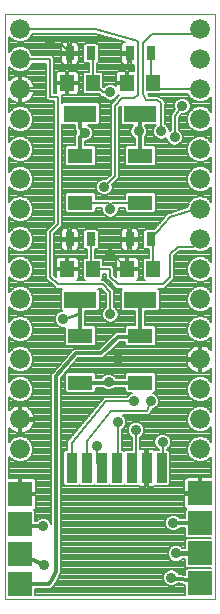
<source format=gtl>
G75*
%MOIN*%
%OFA0B0*%
%FSLAX24Y24*%
%IPPOS*%
%LPD*%
%AMOC8*
5,1,8,0,0,1.08239X$1,22.5*
%
%ADD10C,0.0000*%
%ADD11R,0.0827X0.0500*%
%ADD12C,0.0660*%
%ADD13R,0.1102X0.0551*%
%ADD14R,0.0472X0.0551*%
%ADD15R,0.0315X0.0472*%
%ADD16R,0.0800X0.0800*%
%ADD17R,0.0354X0.0984*%
%ADD18C,0.0080*%
%ADD19C,0.0356*%
%ADD20C,0.0120*%
%ADD21C,0.0160*%
%ADD22C,0.0100*%
D10*
X000140Y002797D02*
X000140Y022297D01*
X007140Y022297D01*
X007140Y002797D01*
X000140Y002797D01*
D11*
X002640Y010018D03*
X002640Y011577D03*
X002640Y016018D03*
X002640Y017577D03*
X004640Y017577D03*
X004640Y016018D03*
X004640Y011577D03*
X004640Y010018D03*
D12*
X006640Y009797D03*
X006640Y010797D03*
X006640Y011797D03*
X006640Y012797D03*
X006640Y013797D03*
X006640Y014797D03*
X006640Y015797D03*
X006640Y016797D03*
X006640Y017797D03*
X006640Y018797D03*
X006640Y019797D03*
X006640Y020797D03*
X006640Y021797D03*
X006640Y008797D03*
X006640Y007797D03*
X000640Y007797D03*
X000640Y008797D03*
X000640Y009797D03*
X000640Y010797D03*
X000640Y011797D03*
X000640Y012797D03*
X000640Y013797D03*
X000640Y014797D03*
X000640Y015797D03*
X000640Y016797D03*
X000640Y017797D03*
X000640Y018797D03*
X000640Y019797D03*
X000640Y020797D03*
X000640Y021797D03*
D13*
X002640Y018985D03*
X004640Y018985D03*
X004640Y012785D03*
X002640Y012785D03*
D14*
X002207Y013809D03*
X003073Y013809D03*
X004207Y013809D03*
X005073Y013809D03*
X005073Y020009D03*
X004207Y020009D03*
X003073Y020009D03*
X002207Y020009D03*
D15*
X002286Y020997D03*
X002994Y020997D03*
X004286Y020997D03*
X004994Y020997D03*
X004994Y014797D03*
X004286Y014797D03*
X002994Y014797D03*
X002286Y014797D03*
D16*
X000640Y006307D03*
X000640Y005307D03*
X000640Y004307D03*
X000640Y003307D03*
X006640Y003327D03*
X006640Y004327D03*
X006640Y005327D03*
X006640Y006327D03*
D17*
X005350Y007172D03*
X004850Y007172D03*
X004350Y007172D03*
X003850Y007172D03*
X003350Y007172D03*
X002850Y007172D03*
X002350Y007172D03*
D18*
X002350Y008007D01*
X003490Y009397D01*
X004440Y009397D01*
X004366Y009668D02*
X004282Y009633D01*
X004204Y009555D01*
X004197Y009537D01*
X003540Y009537D01*
X003534Y009542D01*
X003483Y009537D01*
X003432Y009537D01*
X003426Y009531D01*
X003419Y009531D01*
X003386Y009491D01*
X003350Y009455D01*
X003350Y009447D01*
X002246Y008101D01*
X002210Y008065D01*
X002210Y008057D01*
X002205Y008051D01*
X002210Y008000D01*
X002210Y007764D01*
X002132Y007764D01*
X002073Y007706D01*
X002073Y006639D01*
X002132Y006580D01*
X002569Y006580D01*
X002600Y006612D01*
X002632Y006580D01*
X003069Y006580D01*
X003100Y006612D01*
X003132Y006580D01*
X003569Y006580D01*
X003600Y006612D01*
X003632Y006580D01*
X004069Y006580D01*
X004100Y006612D01*
X004132Y006580D01*
X004569Y006580D01*
X004572Y006583D01*
X004587Y006568D01*
X004619Y006550D01*
X004655Y006540D01*
X004810Y006540D01*
X004810Y007132D01*
X004890Y007132D01*
X004890Y006540D01*
X005046Y006540D01*
X005081Y006550D01*
X005113Y006568D01*
X005129Y006583D01*
X005132Y006580D01*
X005569Y006580D01*
X005627Y006639D01*
X005627Y007706D01*
X005569Y007764D01*
X005530Y007764D01*
X005530Y007804D01*
X005548Y007811D01*
X005626Y007890D01*
X005668Y007992D01*
X005668Y008102D01*
X005626Y008205D01*
X005548Y008283D01*
X005445Y008325D01*
X005335Y008325D01*
X005232Y008283D01*
X005154Y008205D01*
X005112Y008102D01*
X005112Y007992D01*
X005154Y007890D01*
X005232Y007811D01*
X005250Y007804D01*
X005250Y007764D01*
X005132Y007764D01*
X005129Y007761D01*
X005113Y007776D01*
X005081Y007795D01*
X005046Y007804D01*
X004890Y007804D01*
X004890Y007212D01*
X004810Y007212D01*
X004810Y007804D01*
X004655Y007804D01*
X004640Y007800D01*
X004640Y008204D01*
X004658Y008211D01*
X004736Y008290D01*
X004778Y008392D01*
X004778Y008502D01*
X004736Y008605D01*
X004658Y008683D01*
X004555Y008725D01*
X004445Y008725D01*
X004342Y008683D01*
X004264Y008605D01*
X004222Y008502D01*
X004222Y008392D01*
X004264Y008290D01*
X004342Y008211D01*
X004360Y008204D01*
X004360Y007764D01*
X004132Y007764D01*
X004100Y007733D01*
X004069Y007764D01*
X004035Y007764D01*
X004039Y008463D01*
X004058Y008471D01*
X004136Y008550D01*
X004178Y008652D01*
X004178Y008762D01*
X004136Y008865D01*
X004063Y008937D01*
X004833Y008937D01*
X004861Y008926D01*
X004888Y008937D01*
X004918Y008937D01*
X004940Y008959D01*
X004968Y008971D01*
X004979Y008998D01*
X005000Y009019D01*
X005000Y009050D01*
X005028Y009119D01*
X005045Y009119D01*
X005148Y009161D01*
X005226Y009240D01*
X005268Y009342D01*
X005268Y009452D01*
X005226Y009555D01*
X005148Y009633D01*
X005064Y009668D01*
X005095Y009668D01*
X005153Y009726D01*
X005153Y010309D01*
X005095Y010368D01*
X004185Y010368D01*
X004127Y010309D01*
X004127Y010178D01*
X003837Y010178D01*
X003826Y010205D01*
X003748Y010283D01*
X003645Y010325D01*
X003535Y010325D01*
X003432Y010283D01*
X003354Y010205D01*
X003343Y010178D01*
X003153Y010178D01*
X003153Y010309D01*
X003095Y010368D01*
X002185Y010368D01*
X002127Y010309D01*
X002127Y009726D01*
X002185Y009668D01*
X003095Y009668D01*
X003153Y009726D01*
X003153Y009858D01*
X003386Y009858D01*
X003432Y009811D01*
X003535Y009769D01*
X003645Y009769D01*
X003748Y009811D01*
X003794Y009858D01*
X004127Y009858D01*
X004127Y009726D01*
X004185Y009668D01*
X004366Y009668D01*
X004276Y009627D02*
X002000Y009627D01*
X002000Y009705D02*
X002148Y009705D01*
X002127Y009784D02*
X002000Y009784D01*
X002000Y009862D02*
X002127Y009862D01*
X002127Y009941D02*
X002000Y009941D01*
X002000Y010019D02*
X002127Y010019D01*
X002127Y010098D02*
X002000Y010098D01*
X002000Y010176D02*
X002127Y010176D01*
X002127Y010255D02*
X002058Y010255D01*
X002000Y010187D02*
X002563Y010837D01*
X003406Y010837D01*
X003956Y011387D01*
X004127Y011387D01*
X004127Y011285D01*
X004185Y011227D01*
X005095Y011227D01*
X005153Y011285D01*
X005153Y011868D01*
X005095Y011927D01*
X004800Y011927D01*
X004800Y012410D01*
X005233Y012410D01*
X005291Y012468D01*
X005291Y013102D01*
X005236Y013157D01*
X005448Y013157D01*
X005698Y013407D01*
X005780Y013489D01*
X005780Y014239D01*
X005948Y014407D01*
X006448Y014407D01*
X006451Y014410D01*
X006554Y014367D01*
X006726Y014367D01*
X006884Y014433D01*
X007000Y014549D01*
X007000Y014045D01*
X006884Y014162D01*
X006726Y014227D01*
X006554Y014227D01*
X006396Y014162D01*
X006275Y014041D01*
X006210Y013883D01*
X006210Y013712D01*
X006275Y013553D01*
X006396Y013433D01*
X006554Y013367D01*
X006726Y013367D01*
X006884Y013433D01*
X007000Y013549D01*
X007000Y013045D01*
X006884Y013162D01*
X006726Y013227D01*
X006554Y013227D01*
X006396Y013162D01*
X006275Y013041D01*
X006210Y012883D01*
X006210Y012712D01*
X006275Y012553D01*
X006396Y012433D01*
X006554Y012367D01*
X006726Y012367D01*
X006884Y012433D01*
X007000Y012549D01*
X007000Y012045D01*
X006884Y012162D01*
X006726Y012227D01*
X006554Y012227D01*
X006396Y012162D01*
X006275Y012041D01*
X006210Y011883D01*
X006210Y011712D01*
X006275Y011553D01*
X006396Y011433D01*
X006554Y011367D01*
X006726Y011367D01*
X006884Y011433D01*
X007000Y011549D01*
X007000Y011101D01*
X006998Y011103D01*
X006946Y011156D01*
X006886Y011199D01*
X006820Y011233D01*
X006750Y011255D01*
X006680Y011267D01*
X006680Y010837D01*
X006600Y010837D01*
X006600Y010757D01*
X006680Y010757D01*
X006680Y010328D01*
X006750Y010339D01*
X006820Y010361D01*
X006886Y010395D01*
X006946Y010439D01*
X006998Y010491D01*
X007000Y010493D01*
X007000Y010045D01*
X006884Y010162D01*
X006726Y010227D01*
X006554Y010227D01*
X006396Y010162D01*
X006275Y010041D01*
X006210Y009883D01*
X006210Y009712D01*
X006275Y009553D01*
X006396Y009433D01*
X006554Y009367D01*
X006726Y009367D01*
X006884Y009433D01*
X007000Y009549D01*
X007000Y009045D01*
X006884Y009162D01*
X006726Y009227D01*
X006554Y009227D01*
X006396Y009162D01*
X006275Y009041D01*
X006210Y008883D01*
X006210Y008712D01*
X006275Y008553D01*
X006396Y008433D01*
X006554Y008367D01*
X006726Y008367D01*
X006884Y008433D01*
X007000Y008549D01*
X007000Y008045D01*
X006884Y008162D01*
X006726Y008227D01*
X006554Y008227D01*
X006396Y008162D01*
X006275Y008041D01*
X006210Y007883D01*
X006210Y007712D01*
X006275Y007553D01*
X006396Y007433D01*
X006554Y007367D01*
X006726Y007367D01*
X006884Y007433D01*
X007000Y007549D01*
X007000Y006867D01*
X006680Y006867D01*
X006680Y006367D01*
X006600Y006367D01*
X006600Y006287D01*
X006100Y006287D01*
X006100Y005909D01*
X006110Y005873D01*
X006128Y005841D01*
X006154Y005815D01*
X006175Y005803D01*
X006140Y005768D01*
X006140Y005507D01*
X005973Y005507D01*
X005898Y005583D01*
X005795Y005625D01*
X005685Y005625D01*
X005582Y005583D01*
X005504Y005505D01*
X005462Y005402D01*
X005462Y005292D01*
X005504Y005190D01*
X005582Y005111D01*
X005685Y005069D01*
X005795Y005069D01*
X005898Y005111D01*
X005973Y005187D01*
X006140Y005187D01*
X006140Y004886D01*
X006199Y004827D01*
X006140Y004768D01*
X006140Y004507D01*
X006043Y004507D01*
X005988Y004563D01*
X005885Y004605D01*
X005775Y004605D01*
X005672Y004563D01*
X005594Y004485D01*
X005552Y004382D01*
X005552Y004272D01*
X005594Y004170D01*
X005672Y004091D01*
X005775Y004049D01*
X005885Y004049D01*
X005988Y004091D01*
X006043Y004147D01*
X006140Y004147D01*
X006140Y003886D01*
X006199Y003827D01*
X006140Y003768D01*
X006140Y003614D01*
X005928Y003644D01*
X005916Y003675D01*
X005838Y003753D01*
X005735Y003795D01*
X005625Y003795D01*
X005522Y003753D01*
X005444Y003675D01*
X005402Y003572D01*
X005402Y003462D01*
X005444Y003360D01*
X005522Y003281D01*
X005625Y003239D01*
X005735Y003239D01*
X005838Y003281D01*
X005883Y003327D01*
X006140Y003291D01*
X006140Y002937D01*
X001140Y002937D01*
X001140Y003142D01*
X001536Y003138D01*
X001547Y003129D01*
X001601Y003137D01*
X001655Y003136D01*
X001664Y003146D01*
X001678Y003148D01*
X001711Y003191D01*
X001749Y003229D01*
X001749Y003243D01*
X001842Y003367D01*
X001864Y003376D01*
X001881Y003418D01*
X001908Y003454D01*
X001904Y003477D01*
X001976Y003657D01*
X002000Y003681D01*
X002000Y003716D01*
X002013Y003749D01*
X002000Y003780D01*
X002000Y010187D01*
X002126Y010333D02*
X002151Y010333D01*
X002194Y010412D02*
X006371Y010412D01*
X006394Y010395D02*
X006460Y010361D01*
X006530Y010339D01*
X006600Y010328D01*
X006600Y010757D01*
X006170Y010757D01*
X006182Y010687D01*
X006204Y010617D01*
X006238Y010551D01*
X006282Y010491D01*
X006334Y010439D01*
X006394Y010395D01*
X006282Y010490D02*
X002262Y010490D01*
X002330Y010569D02*
X006229Y010569D01*
X006195Y010647D02*
X002398Y010647D01*
X002466Y010726D02*
X006175Y010726D01*
X006170Y010837D02*
X006600Y010837D01*
X006600Y011267D01*
X006530Y011255D01*
X006460Y011233D01*
X006394Y011199D01*
X006334Y011156D01*
X006282Y011103D01*
X006238Y011043D01*
X006204Y010977D01*
X006182Y010907D01*
X006170Y010837D01*
X006178Y010883D02*
X003452Y010883D01*
X003530Y010961D02*
X006199Y010961D01*
X006236Y011040D02*
X003609Y011040D01*
X003687Y011118D02*
X006296Y011118D01*
X006390Y011197D02*
X003766Y011197D01*
X003844Y011275D02*
X004137Y011275D01*
X004127Y011354D02*
X003923Y011354D01*
X003706Y011589D02*
X003153Y011589D01*
X003153Y011511D02*
X003627Y011511D01*
X003549Y011432D02*
X003153Y011432D01*
X003153Y011354D02*
X003470Y011354D01*
X003392Y011275D02*
X003143Y011275D01*
X003153Y011285D02*
X003153Y011868D01*
X003095Y011927D01*
X002800Y011927D01*
X002800Y012330D01*
X002802Y012334D01*
X002800Y012339D01*
X002800Y012410D01*
X003233Y012410D01*
X003291Y012468D01*
X003291Y013102D01*
X003236Y013157D01*
X003332Y013157D01*
X003500Y012989D01*
X003500Y012540D01*
X003482Y012533D01*
X003404Y012455D01*
X003362Y012352D01*
X003362Y012242D01*
X003404Y012140D01*
X003482Y012061D01*
X003585Y012019D01*
X003695Y012019D01*
X003798Y012061D01*
X003876Y012140D01*
X003918Y012242D01*
X003918Y012352D01*
X003876Y012455D01*
X003798Y012533D01*
X003780Y012540D01*
X003780Y013105D01*
X003698Y013187D01*
X003448Y013437D01*
X003354Y013437D01*
X003409Y013492D01*
X003409Y013657D01*
X003500Y013657D01*
X003500Y013489D01*
X003582Y013407D01*
X003832Y013157D01*
X004044Y013157D01*
X003989Y013102D01*
X003989Y012468D01*
X004047Y012410D01*
X004480Y012410D01*
X004480Y011927D01*
X004185Y011927D01*
X004127Y011868D01*
X004127Y011707D01*
X003824Y011707D01*
X003730Y011613D01*
X003274Y011157D01*
X002550Y011157D01*
X002545Y011161D01*
X002484Y011157D01*
X002424Y011157D01*
X002419Y011152D01*
X002412Y011152D01*
X002373Y011106D01*
X002330Y011063D01*
X002330Y011057D01*
X001723Y010356D01*
X001680Y010313D01*
X001680Y010307D01*
X001676Y010302D01*
X001680Y010241D01*
X001680Y005312D01*
X001646Y005395D01*
X001568Y005473D01*
X001465Y005515D01*
X001355Y005515D01*
X001252Y005473D01*
X001182Y005402D01*
X001140Y005403D01*
X001140Y005748D01*
X001105Y005783D01*
X001126Y005795D01*
X001152Y005821D01*
X001170Y005853D01*
X001180Y005889D01*
X001180Y006267D01*
X000680Y006267D01*
X000680Y006347D01*
X001180Y006347D01*
X001180Y006725D01*
X001170Y006761D01*
X001152Y006793D01*
X001126Y006819D01*
X001094Y006838D01*
X001058Y006847D01*
X000680Y006847D01*
X000680Y006347D01*
X000600Y006347D01*
X000600Y006847D01*
X000280Y006847D01*
X000280Y007549D01*
X000396Y007433D01*
X000554Y007367D01*
X000726Y007367D01*
X000884Y007433D01*
X001005Y007553D01*
X001070Y007712D01*
X001070Y007883D01*
X001005Y008041D01*
X000884Y008162D01*
X000726Y008227D01*
X000554Y008227D01*
X000396Y008162D01*
X000280Y008045D01*
X000280Y008493D01*
X000282Y008491D01*
X000334Y008439D01*
X000394Y008395D01*
X000460Y008361D01*
X000530Y008339D01*
X000600Y008328D01*
X000600Y008757D01*
X000680Y008757D01*
X000680Y008328D01*
X000750Y008339D01*
X000820Y008361D01*
X000886Y008395D01*
X000946Y008439D01*
X000998Y008491D01*
X001042Y008551D01*
X001076Y008617D01*
X001098Y008687D01*
X001110Y008757D01*
X000680Y008757D01*
X000680Y008837D01*
X001110Y008837D01*
X001098Y008907D01*
X001076Y008977D01*
X001042Y009043D01*
X000998Y009103D01*
X000946Y009156D01*
X001680Y009156D01*
X001680Y009234D02*
X000816Y009234D01*
X000820Y009233D02*
X000750Y009255D01*
X000680Y009267D01*
X000680Y008837D01*
X000600Y008837D01*
X000600Y009267D01*
X000530Y009255D01*
X000460Y009233D01*
X000394Y009199D01*
X000334Y009156D01*
X000280Y009156D01*
X000282Y009103D02*
X000334Y009156D01*
X000282Y009103D02*
X000280Y009101D01*
X000280Y009549D01*
X000396Y009433D01*
X000554Y009367D01*
X000726Y009367D01*
X000884Y009433D01*
X001005Y009553D01*
X001070Y009712D01*
X001070Y009883D01*
X001005Y010041D01*
X000884Y010162D01*
X000726Y010227D01*
X000554Y010227D01*
X000396Y010162D01*
X000280Y010045D01*
X000280Y010549D01*
X000396Y010433D01*
X000554Y010367D01*
X000726Y010367D01*
X000884Y010433D01*
X001005Y010553D01*
X001070Y010712D01*
X001070Y010883D01*
X001005Y011041D01*
X000884Y011162D01*
X000726Y011227D01*
X000554Y011227D01*
X000396Y011162D01*
X000280Y011045D01*
X000280Y011549D01*
X000396Y011433D01*
X000554Y011367D01*
X000726Y011367D01*
X000884Y011433D01*
X001005Y011553D01*
X001070Y011712D01*
X001070Y011883D01*
X001005Y012041D01*
X000884Y012162D01*
X000726Y012227D01*
X000554Y012227D01*
X000396Y012162D01*
X000280Y012045D01*
X000280Y012549D01*
X000396Y012433D01*
X000554Y012367D01*
X000726Y012367D01*
X000884Y012433D01*
X001005Y012553D01*
X001070Y012712D01*
X001070Y012883D01*
X001005Y013041D01*
X000884Y013162D01*
X000726Y013227D01*
X000554Y013227D01*
X000396Y013162D01*
X000280Y013045D01*
X000280Y013549D01*
X000396Y013433D01*
X000554Y013367D01*
X000726Y013367D01*
X000884Y013433D01*
X001005Y013553D01*
X001070Y013712D01*
X001070Y013883D01*
X001005Y014041D01*
X000884Y014162D01*
X000726Y014227D01*
X000554Y014227D01*
X000396Y014162D01*
X000280Y014045D01*
X000280Y014549D01*
X000396Y014433D01*
X000554Y014367D01*
X000726Y014367D01*
X000884Y014433D01*
X001005Y014553D01*
X001070Y014712D01*
X001070Y014883D01*
X001005Y015041D01*
X000884Y015162D01*
X000726Y015227D01*
X000554Y015227D01*
X000396Y015162D01*
X000280Y015045D01*
X000280Y015549D01*
X000396Y015433D01*
X000554Y015367D01*
X000726Y015367D01*
X000884Y015433D01*
X001005Y015553D01*
X001070Y015712D01*
X001070Y015883D01*
X001005Y016041D01*
X000884Y016162D01*
X000726Y016227D01*
X000554Y016227D01*
X000396Y016162D01*
X000280Y016045D01*
X000280Y016549D01*
X000396Y016433D01*
X000554Y016367D01*
X000726Y016367D01*
X000884Y016433D01*
X001005Y016553D01*
X001070Y016712D01*
X001070Y016883D01*
X001005Y017041D01*
X000884Y017162D01*
X000726Y017227D01*
X000554Y017227D01*
X000396Y017162D01*
X000280Y017045D01*
X000280Y017549D01*
X000396Y017433D01*
X000554Y017367D01*
X000726Y017367D01*
X000884Y017433D01*
X001005Y017553D01*
X001070Y017712D01*
X001750Y017712D01*
X001750Y017634D02*
X001038Y017634D01*
X001070Y017712D02*
X001070Y017883D01*
X001005Y018041D01*
X000884Y018162D01*
X000726Y018227D01*
X000554Y018227D01*
X000396Y018162D01*
X000280Y018045D01*
X000280Y018549D01*
X000396Y018433D01*
X000554Y018367D01*
X000726Y018367D01*
X000884Y018433D01*
X001005Y018553D01*
X001070Y018712D01*
X001070Y018883D01*
X001005Y019041D01*
X000884Y019162D01*
X000726Y019227D01*
X000554Y019227D01*
X000396Y019162D01*
X000280Y019045D01*
X000280Y019493D01*
X000282Y019491D01*
X000334Y019439D01*
X000394Y019395D01*
X000460Y019361D01*
X000530Y019339D01*
X000600Y019328D01*
X000600Y019757D01*
X000680Y019757D01*
X000680Y019328D01*
X000750Y019339D01*
X000820Y019361D01*
X000886Y019395D01*
X000946Y019439D01*
X000998Y019491D01*
X001042Y019551D01*
X001076Y019617D01*
X001098Y019687D01*
X001110Y019757D01*
X000680Y019757D01*
X000680Y019837D01*
X001110Y019837D01*
X001098Y019907D01*
X001076Y019977D01*
X001042Y020043D01*
X000998Y020103D01*
X000946Y020156D01*
X000886Y020199D01*
X000820Y020233D01*
X000750Y020255D01*
X000680Y020267D01*
X000680Y019837D01*
X000600Y019837D01*
X000600Y020267D01*
X000530Y020255D01*
X000460Y020233D01*
X000394Y020199D01*
X000334Y020156D01*
X000282Y020103D01*
X000280Y020101D01*
X000280Y020549D01*
X000396Y020433D01*
X000554Y020367D01*
X000726Y020367D01*
X000884Y020433D01*
X001005Y020553D01*
X001047Y020657D01*
X001500Y020657D01*
X001500Y019489D01*
X001582Y019407D01*
X001750Y019407D01*
X001750Y015355D01*
X001582Y015187D01*
X001500Y015105D01*
X001500Y013489D01*
X001750Y013239D01*
X001832Y013157D01*
X002044Y013157D01*
X001989Y013102D01*
X001989Y012468D01*
X002042Y012415D01*
X002015Y012415D01*
X001912Y012373D01*
X001834Y012295D01*
X001792Y012192D01*
X001792Y012082D01*
X001834Y011980D01*
X001912Y011901D01*
X002015Y011859D01*
X002125Y011859D01*
X002127Y011859D01*
X002127Y011285D01*
X002185Y011227D01*
X003095Y011227D01*
X003153Y011285D01*
X003313Y011197D02*
X000799Y011197D01*
X000883Y011432D02*
X002127Y011432D01*
X002127Y011354D02*
X000280Y011354D01*
X000280Y011432D02*
X000397Y011432D01*
X000318Y011511D02*
X000280Y011511D01*
X000280Y011275D02*
X002137Y011275D01*
X002127Y011511D02*
X000962Y011511D01*
X001019Y011589D02*
X002127Y011589D01*
X002127Y011668D02*
X001052Y011668D01*
X001070Y011746D02*
X002127Y011746D01*
X002127Y011825D02*
X001070Y011825D01*
X001062Y011903D02*
X001911Y011903D01*
X001833Y011982D02*
X001029Y011982D01*
X000985Y012060D02*
X001801Y012060D01*
X001792Y012139D02*
X000907Y012139D01*
X000904Y012453D02*
X002004Y012453D01*
X001989Y012531D02*
X000982Y012531D01*
X001028Y012610D02*
X001989Y012610D01*
X001989Y012688D02*
X001060Y012688D01*
X001070Y012767D02*
X001989Y012767D01*
X001989Y012845D02*
X001070Y012845D01*
X001053Y012924D02*
X001989Y012924D01*
X001989Y013002D02*
X001021Y013002D01*
X000965Y013081D02*
X001989Y013081D01*
X001890Y013297D02*
X003390Y013297D01*
X003640Y013047D01*
X003640Y012297D01*
X003795Y012060D02*
X004480Y012060D01*
X004480Y011982D02*
X002800Y011982D01*
X002800Y012060D02*
X003485Y012060D01*
X003405Y012139D02*
X002800Y012139D01*
X002800Y012217D02*
X003372Y012217D01*
X003362Y012296D02*
X002800Y012296D01*
X002800Y012374D02*
X003371Y012374D01*
X003403Y012453D02*
X003276Y012453D01*
X003291Y012531D02*
X003481Y012531D01*
X003500Y012610D02*
X003291Y012610D01*
X003291Y012688D02*
X003500Y012688D01*
X003500Y012767D02*
X003291Y012767D01*
X003291Y012845D02*
X003500Y012845D01*
X003500Y012924D02*
X003291Y012924D01*
X003291Y013002D02*
X003487Y013002D01*
X003408Y013081D02*
X003291Y013081D01*
X003490Y013395D02*
X003594Y013395D01*
X003569Y013316D02*
X003673Y013316D01*
X003647Y013238D02*
X003751Y013238D01*
X003726Y013159D02*
X003830Y013159D01*
X003780Y013081D02*
X003989Y013081D01*
X003989Y013002D02*
X003780Y013002D01*
X003780Y012924D02*
X003989Y012924D01*
X003989Y012845D02*
X003780Y012845D01*
X003780Y012767D02*
X003989Y012767D01*
X003989Y012688D02*
X003780Y012688D01*
X003780Y012610D02*
X003989Y012610D01*
X003989Y012531D02*
X003799Y012531D01*
X003877Y012453D02*
X004004Y012453D01*
X003909Y012374D02*
X004480Y012374D01*
X004480Y012296D02*
X003918Y012296D01*
X003908Y012217D02*
X004480Y012217D01*
X004480Y012139D02*
X003875Y012139D01*
X003784Y011668D02*
X003153Y011668D01*
X003153Y011746D02*
X004127Y011746D01*
X004127Y011825D02*
X003153Y011825D01*
X003118Y011903D02*
X004162Y011903D01*
X003890Y010797D02*
X006640Y010797D01*
X006600Y010804D02*
X002534Y010804D01*
X002383Y011118D02*
X000927Y011118D01*
X001005Y011040D02*
X002315Y011040D01*
X002247Y010961D02*
X001037Y010961D01*
X001070Y010883D02*
X002179Y010883D01*
X002111Y010804D02*
X001070Y010804D01*
X001070Y010726D02*
X002043Y010726D01*
X001975Y010647D02*
X001043Y010647D01*
X001011Y010569D02*
X001907Y010569D01*
X001839Y010490D02*
X000941Y010490D01*
X000833Y010412D02*
X001771Y010412D01*
X001700Y010333D02*
X000280Y010333D01*
X000280Y010255D02*
X001679Y010255D01*
X001680Y010176D02*
X000849Y010176D01*
X000948Y010098D02*
X001680Y010098D01*
X001680Y010019D02*
X001013Y010019D01*
X001046Y009941D02*
X001680Y009941D01*
X001680Y009862D02*
X001070Y009862D01*
X001070Y009784D02*
X001680Y009784D01*
X001680Y009705D02*
X001067Y009705D01*
X001035Y009627D02*
X001680Y009627D01*
X001680Y009548D02*
X000999Y009548D01*
X000921Y009470D02*
X001680Y009470D01*
X001680Y009391D02*
X000784Y009391D01*
X000820Y009233D02*
X000886Y009199D01*
X000946Y009156D01*
X001018Y009077D02*
X001680Y009077D01*
X001680Y008999D02*
X001065Y008999D01*
X001094Y008920D02*
X001680Y008920D01*
X001680Y008842D02*
X001109Y008842D01*
X001098Y008685D02*
X001680Y008685D01*
X001680Y008763D02*
X000680Y008763D01*
X000680Y008685D02*
X000600Y008685D01*
X000600Y008606D02*
X000680Y008606D01*
X000680Y008528D02*
X000600Y008528D01*
X000600Y008449D02*
X000680Y008449D01*
X000680Y008371D02*
X000600Y008371D01*
X000522Y008214D02*
X000280Y008214D01*
X000280Y008292D02*
X001680Y008292D01*
X001680Y008214D02*
X000758Y008214D01*
X000910Y008135D02*
X001680Y008135D01*
X001680Y008057D02*
X000989Y008057D01*
X001030Y007978D02*
X001680Y007978D01*
X001680Y007900D02*
X001063Y007900D01*
X001070Y007821D02*
X001680Y007821D01*
X001680Y007743D02*
X001070Y007743D01*
X001050Y007664D02*
X001680Y007664D01*
X001680Y007586D02*
X001018Y007586D01*
X000958Y007507D02*
X001680Y007507D01*
X001680Y007429D02*
X000874Y007429D01*
X000680Y006801D02*
X000600Y006801D01*
X000600Y006722D02*
X000680Y006722D01*
X000680Y006644D02*
X000600Y006644D01*
X000600Y006565D02*
X000680Y006565D01*
X000680Y006487D02*
X000600Y006487D01*
X000600Y006408D02*
X000680Y006408D01*
X000680Y006330D02*
X001680Y006330D01*
X001680Y006408D02*
X001180Y006408D01*
X001180Y006487D02*
X001680Y006487D01*
X001680Y006565D02*
X001180Y006565D01*
X001180Y006644D02*
X001680Y006644D01*
X001680Y006722D02*
X001180Y006722D01*
X001144Y006801D02*
X001680Y006801D01*
X001680Y006879D02*
X000280Y006879D01*
X000280Y006958D02*
X001680Y006958D01*
X001680Y007036D02*
X000280Y007036D01*
X000280Y007115D02*
X001680Y007115D01*
X001680Y007193D02*
X000280Y007193D01*
X000280Y007272D02*
X001680Y007272D01*
X001680Y007350D02*
X000280Y007350D01*
X000280Y007429D02*
X000406Y007429D01*
X000322Y007507D02*
X000280Y007507D01*
X000280Y008057D02*
X000291Y008057D01*
X000280Y008135D02*
X000370Y008135D01*
X000442Y008371D02*
X000280Y008371D01*
X000280Y008449D02*
X000323Y008449D01*
X000280Y009234D02*
X000464Y009234D01*
X000496Y009391D02*
X000280Y009391D01*
X000280Y009313D02*
X001680Y009313D01*
X002000Y009313D02*
X003240Y009313D01*
X003304Y009391D02*
X002000Y009391D01*
X002000Y009470D02*
X003365Y009470D01*
X003499Y009784D02*
X003153Y009784D01*
X003132Y009705D02*
X004148Y009705D01*
X004127Y009784D02*
X003681Y009784D01*
X003776Y010255D02*
X004127Y010255D01*
X004151Y010333D02*
X003129Y010333D01*
X003153Y010255D02*
X003404Y010255D01*
X003175Y009234D02*
X002000Y009234D01*
X002000Y009156D02*
X003111Y009156D01*
X003047Y009077D02*
X002000Y009077D01*
X002000Y008999D02*
X002982Y008999D01*
X002918Y008920D02*
X002000Y008920D01*
X002000Y008842D02*
X002853Y008842D01*
X002789Y008763D02*
X002000Y008763D01*
X002000Y008685D02*
X002725Y008685D01*
X002660Y008606D02*
X002000Y008606D01*
X002000Y008528D02*
X002596Y008528D01*
X002531Y008449D02*
X002000Y008449D01*
X002000Y008371D02*
X002467Y008371D01*
X002403Y008292D02*
X002000Y008292D01*
X002000Y008214D02*
X002338Y008214D01*
X002274Y008135D02*
X002000Y008135D01*
X002000Y008057D02*
X002210Y008057D01*
X002210Y007978D02*
X002000Y007978D01*
X002000Y007900D02*
X002210Y007900D01*
X002210Y007821D02*
X002000Y007821D01*
X002000Y007743D02*
X002110Y007743D01*
X002073Y007664D02*
X002000Y007664D01*
X002000Y007586D02*
X002073Y007586D01*
X002073Y007507D02*
X002000Y007507D01*
X002000Y007429D02*
X002073Y007429D01*
X002073Y007350D02*
X002000Y007350D01*
X002000Y007272D02*
X002073Y007272D01*
X002073Y007193D02*
X002000Y007193D01*
X002000Y007115D02*
X002073Y007115D01*
X002073Y007036D02*
X002000Y007036D01*
X002000Y006958D02*
X002073Y006958D01*
X002073Y006879D02*
X002000Y006879D01*
X002000Y006801D02*
X002073Y006801D01*
X002073Y006722D02*
X002000Y006722D01*
X002000Y006644D02*
X002073Y006644D01*
X002000Y006565D02*
X004592Y006565D01*
X004810Y006565D02*
X004890Y006565D01*
X004890Y006644D02*
X004810Y006644D01*
X004810Y006722D02*
X004890Y006722D01*
X004890Y006801D02*
X004810Y006801D01*
X004810Y006879D02*
X004890Y006879D01*
X004890Y006958D02*
X004810Y006958D01*
X004810Y007036D02*
X004890Y007036D01*
X004890Y007115D02*
X004810Y007115D01*
X004810Y007272D02*
X004890Y007272D01*
X004890Y007350D02*
X004810Y007350D01*
X004810Y007429D02*
X004890Y007429D01*
X004890Y007507D02*
X004810Y007507D01*
X004810Y007586D02*
X004890Y007586D01*
X004890Y007664D02*
X004810Y007664D01*
X004810Y007743D02*
X004890Y007743D01*
X004737Y008292D02*
X005255Y008292D01*
X005163Y008214D02*
X004660Y008214D01*
X004640Y008135D02*
X005125Y008135D01*
X005112Y008057D02*
X004640Y008057D01*
X004640Y007978D02*
X005118Y007978D01*
X005150Y007900D02*
X004640Y007900D01*
X004640Y007821D02*
X005223Y007821D01*
X005390Y008047D02*
X005390Y006962D01*
X005350Y007172D01*
X005627Y007193D02*
X007000Y007193D01*
X007000Y007115D02*
X005627Y007115D01*
X005627Y007036D02*
X007000Y007036D01*
X007000Y006958D02*
X005627Y006958D01*
X005627Y006879D02*
X007000Y006879D01*
X007000Y007272D02*
X005627Y007272D01*
X005627Y007350D02*
X007000Y007350D01*
X007000Y007429D02*
X006874Y007429D01*
X006958Y007507D02*
X007000Y007507D01*
X006989Y008057D02*
X007000Y008057D01*
X007000Y008135D02*
X006910Y008135D01*
X007000Y008214D02*
X006758Y008214D01*
X006734Y008371D02*
X007000Y008371D01*
X007000Y008449D02*
X006900Y008449D01*
X006979Y008528D02*
X007000Y008528D01*
X007000Y008292D02*
X005525Y008292D01*
X005617Y008214D02*
X006522Y008214D01*
X006546Y008371D02*
X004769Y008371D01*
X004778Y008449D02*
X006380Y008449D01*
X006301Y008528D02*
X004768Y008528D01*
X004734Y008606D02*
X006254Y008606D01*
X006221Y008685D02*
X004653Y008685D01*
X004500Y008447D02*
X004500Y007072D01*
X004350Y007172D01*
X004110Y007743D02*
X004091Y007743D01*
X004035Y007821D02*
X004360Y007821D01*
X004360Y007900D02*
X004035Y007900D01*
X004036Y007978D02*
X004360Y007978D01*
X004360Y008057D02*
X004036Y008057D01*
X004037Y008135D02*
X004360Y008135D01*
X004340Y008214D02*
X004037Y008214D01*
X004038Y008292D02*
X004263Y008292D01*
X004231Y008371D02*
X004038Y008371D01*
X004039Y008449D02*
X004222Y008449D01*
X004232Y008528D02*
X004114Y008528D01*
X004159Y008606D02*
X004266Y008606D01*
X004347Y008685D02*
X004178Y008685D01*
X004178Y008763D02*
X006210Y008763D01*
X006210Y008842D02*
X004145Y008842D01*
X004080Y008920D02*
X006226Y008920D01*
X006258Y008999D02*
X004980Y008999D01*
X005011Y009077D02*
X006312Y009077D01*
X006390Y009156D02*
X005134Y009156D01*
X005220Y009234D02*
X007000Y009234D01*
X007000Y009156D02*
X006890Y009156D01*
X006968Y009077D02*
X007000Y009077D01*
X007000Y009313D02*
X005256Y009313D01*
X005268Y009391D02*
X006496Y009391D01*
X006359Y009470D02*
X005261Y009470D01*
X005228Y009548D02*
X006281Y009548D01*
X006245Y009627D02*
X005154Y009627D01*
X005132Y009705D02*
X006213Y009705D01*
X006210Y009784D02*
X005153Y009784D01*
X005153Y009862D02*
X006210Y009862D01*
X006234Y009941D02*
X005153Y009941D01*
X005153Y010019D02*
X006267Y010019D01*
X006332Y010098D02*
X005153Y010098D01*
X005153Y010176D02*
X006431Y010176D01*
X006565Y010333D02*
X005129Y010333D01*
X005153Y010255D02*
X007000Y010255D01*
X007000Y010333D02*
X006715Y010333D01*
X006680Y010333D02*
X006600Y010333D01*
X006600Y010412D02*
X006680Y010412D01*
X006680Y010490D02*
X006600Y010490D01*
X006600Y010569D02*
X006680Y010569D01*
X006680Y010647D02*
X006600Y010647D01*
X006600Y010726D02*
X006680Y010726D01*
X006680Y010883D02*
X006600Y010883D01*
X006600Y010961D02*
X006680Y010961D01*
X006680Y011040D02*
X006600Y011040D01*
X006600Y011118D02*
X006680Y011118D01*
X006680Y011197D02*
X006600Y011197D01*
X006890Y011197D02*
X007000Y011197D01*
X007000Y011275D02*
X005143Y011275D01*
X005153Y011354D02*
X007000Y011354D01*
X007000Y011432D02*
X006883Y011432D01*
X006962Y011511D02*
X007000Y011511D01*
X006984Y011118D02*
X007000Y011118D01*
X006998Y010490D02*
X007000Y010490D01*
X007000Y010412D02*
X006909Y010412D01*
X006849Y010176D02*
X007000Y010176D01*
X007000Y010098D02*
X006948Y010098D01*
X006999Y009548D02*
X007000Y009548D01*
X007000Y009470D02*
X006921Y009470D01*
X007000Y009391D02*
X006784Y009391D01*
X006370Y008135D02*
X005655Y008135D01*
X005668Y008057D02*
X006291Y008057D01*
X006250Y007978D02*
X005662Y007978D01*
X005630Y007900D02*
X006217Y007900D01*
X006210Y007821D02*
X005557Y007821D01*
X005591Y007743D02*
X006210Y007743D01*
X006230Y007664D02*
X005627Y007664D01*
X005627Y007586D02*
X006262Y007586D01*
X006322Y007507D02*
X005627Y007507D01*
X005627Y007429D02*
X006406Y007429D01*
X006222Y006867D02*
X006186Y006858D01*
X006154Y006839D01*
X006128Y006813D01*
X006110Y006781D01*
X006100Y006745D01*
X006100Y006367D01*
X006600Y006367D01*
X006600Y006867D01*
X006222Y006867D01*
X006121Y006801D02*
X005627Y006801D01*
X005627Y006722D02*
X006100Y006722D01*
X006100Y006644D02*
X005627Y006644D01*
X005680Y005623D02*
X002000Y005623D01*
X002000Y005545D02*
X005544Y005545D01*
X005488Y005466D02*
X002000Y005466D01*
X002000Y005388D02*
X005462Y005388D01*
X005462Y005309D02*
X002000Y005309D01*
X002000Y005231D02*
X005487Y005231D01*
X005542Y005152D02*
X002000Y005152D01*
X002000Y005074D02*
X005674Y005074D01*
X005806Y005074D02*
X006140Y005074D01*
X006140Y005152D02*
X005938Y005152D01*
X006140Y004995D02*
X002000Y004995D01*
X002000Y004917D02*
X006140Y004917D01*
X006188Y004838D02*
X002000Y004838D01*
X002000Y004760D02*
X006140Y004760D01*
X006140Y004681D02*
X002000Y004681D01*
X002000Y004603D02*
X005768Y004603D01*
X005892Y004603D02*
X006140Y004603D01*
X006140Y004524D02*
X006026Y004524D01*
X006028Y004132D02*
X006140Y004132D01*
X006140Y004053D02*
X005895Y004053D01*
X005765Y004053D02*
X002000Y004053D01*
X002000Y003975D02*
X006140Y003975D01*
X006140Y003896D02*
X002000Y003896D01*
X002000Y003818D02*
X006189Y003818D01*
X006199Y003827D02*
X007000Y003827D01*
X007000Y003827D01*
X006199Y003827D01*
X006140Y003739D02*
X005851Y003739D01*
X005922Y003661D02*
X006140Y003661D01*
X006140Y003268D02*
X005806Y003268D01*
X005554Y003268D02*
X001768Y003268D01*
X001709Y003190D02*
X006140Y003190D01*
X006140Y003111D02*
X001140Y003111D01*
X001140Y003033D02*
X006140Y003033D01*
X006140Y002954D02*
X001140Y002954D01*
X001827Y003347D02*
X005457Y003347D01*
X005417Y003425D02*
X001886Y003425D01*
X001915Y003504D02*
X005402Y003504D01*
X005406Y003582D02*
X001946Y003582D01*
X001980Y003661D02*
X005438Y003661D01*
X005509Y003739D02*
X002009Y003739D01*
X002000Y004132D02*
X005632Y004132D01*
X005577Y004210D02*
X002000Y004210D01*
X002000Y004289D02*
X005552Y004289D01*
X005552Y004367D02*
X002000Y004367D01*
X002000Y004446D02*
X005578Y004446D01*
X005634Y004524D02*
X002000Y004524D01*
X001680Y005388D02*
X001649Y005388D01*
X001680Y005466D02*
X001574Y005466D01*
X001680Y005545D02*
X001140Y005545D01*
X001140Y005623D02*
X001680Y005623D01*
X001680Y005702D02*
X001140Y005702D01*
X001108Y005780D02*
X001680Y005780D01*
X001680Y005859D02*
X001172Y005859D01*
X001180Y005937D02*
X001680Y005937D01*
X001680Y006016D02*
X001180Y006016D01*
X001180Y006094D02*
X001680Y006094D01*
X001680Y006173D02*
X001180Y006173D01*
X001180Y006251D02*
X001680Y006251D01*
X002000Y006251D02*
X006100Y006251D01*
X006100Y006173D02*
X002000Y006173D01*
X002000Y006094D02*
X006100Y006094D01*
X006100Y006016D02*
X002000Y006016D01*
X002000Y005937D02*
X006100Y005937D01*
X006118Y005859D02*
X002000Y005859D01*
X002000Y005780D02*
X006152Y005780D01*
X006140Y005702D02*
X002000Y005702D01*
X002000Y006330D02*
X006600Y006330D01*
X006600Y006408D02*
X006680Y006408D01*
X006680Y006487D02*
X006600Y006487D01*
X006600Y006565D02*
X006680Y006565D01*
X006680Y006644D02*
X006600Y006644D01*
X006600Y006722D02*
X006680Y006722D01*
X006680Y006801D02*
X006600Y006801D01*
X006100Y006565D02*
X005108Y006565D01*
X005800Y005623D02*
X006140Y005623D01*
X006140Y005545D02*
X005936Y005545D01*
X006199Y004827D02*
X007000Y004827D01*
X006199Y004827D01*
X006590Y005347D02*
X006640Y005327D01*
X007000Y004827D02*
X007000Y004827D01*
X006540Y003397D02*
X006640Y003327D01*
X006100Y006408D02*
X002000Y006408D01*
X002000Y006487D02*
X006100Y006487D01*
X004860Y009077D02*
X004990Y009397D01*
X004860Y009077D02*
X003660Y009077D01*
X002850Y008077D01*
X002850Y007172D01*
X003190Y007332D02*
X003350Y007172D01*
X003190Y007332D02*
X003190Y007897D01*
X003850Y007172D02*
X003890Y006962D01*
X003900Y008707D01*
X004202Y009548D02*
X002000Y009548D01*
X001680Y008606D02*
X001070Y008606D01*
X001025Y008528D02*
X001680Y008528D01*
X001680Y008449D02*
X000957Y008449D01*
X000838Y008371D02*
X001680Y008371D01*
X000680Y008842D02*
X000600Y008842D01*
X000600Y008920D02*
X000680Y008920D01*
X000680Y008999D02*
X000600Y008999D01*
X000600Y009077D02*
X000680Y009077D01*
X000680Y009156D02*
X000600Y009156D01*
X000600Y009234D02*
X000680Y009234D01*
X000359Y009470D02*
X000280Y009470D01*
X000280Y009548D02*
X000281Y009548D01*
X000280Y010098D02*
X000332Y010098D01*
X000280Y010176D02*
X000431Y010176D01*
X000447Y010412D02*
X000280Y010412D01*
X000280Y010490D02*
X000339Y010490D01*
X000353Y011118D02*
X000280Y011118D01*
X000280Y011197D02*
X000481Y011197D01*
X000295Y012060D02*
X000280Y012060D01*
X000280Y012139D02*
X000373Y012139D01*
X000280Y012217D02*
X000530Y012217D01*
X000537Y012374D02*
X000280Y012374D01*
X000280Y012296D02*
X001835Y012296D01*
X001802Y012217D02*
X000750Y012217D01*
X000743Y012374D02*
X001916Y012374D01*
X001830Y013159D02*
X000886Y013159D01*
X000792Y013395D02*
X001594Y013395D01*
X001516Y013473D02*
X000924Y013473D01*
X001003Y013552D02*
X001500Y013552D01*
X001500Y013630D02*
X001036Y013630D01*
X001069Y013709D02*
X001500Y013709D01*
X001500Y013787D02*
X001070Y013787D01*
X001070Y013866D02*
X001500Y013866D01*
X001500Y013944D02*
X001045Y013944D01*
X001012Y014023D02*
X001500Y014023D01*
X001500Y014101D02*
X000944Y014101D01*
X000840Y014180D02*
X001500Y014180D01*
X001500Y014258D02*
X000280Y014258D01*
X000280Y014180D02*
X000440Y014180D01*
X000336Y014101D02*
X000280Y014101D01*
X000280Y014337D02*
X001500Y014337D01*
X001500Y014415D02*
X000842Y014415D01*
X000945Y014494D02*
X001500Y014494D01*
X001500Y014572D02*
X001012Y014572D01*
X001045Y014651D02*
X001500Y014651D01*
X001500Y014729D02*
X001070Y014729D01*
X001070Y014808D02*
X001500Y014808D01*
X001500Y014886D02*
X001069Y014886D01*
X001036Y014965D02*
X001500Y014965D01*
X001500Y015043D02*
X001002Y015043D01*
X000924Y015122D02*
X001517Y015122D01*
X001595Y015200D02*
X000791Y015200D01*
X000887Y015436D02*
X001750Y015436D01*
X001750Y015514D02*
X000965Y015514D01*
X001021Y015593D02*
X001750Y015593D01*
X001750Y015671D02*
X001053Y015671D01*
X001070Y015750D02*
X001750Y015750D01*
X001750Y015828D02*
X001070Y015828D01*
X001060Y015907D02*
X001750Y015907D01*
X001750Y015985D02*
X001028Y015985D01*
X000982Y016064D02*
X001750Y016064D01*
X001750Y016142D02*
X000903Y016142D01*
X000741Y016221D02*
X001750Y016221D01*
X001750Y016299D02*
X000280Y016299D01*
X000280Y016221D02*
X000539Y016221D01*
X000529Y016378D02*
X000280Y016378D01*
X000280Y016456D02*
X000373Y016456D01*
X000294Y016535D02*
X000280Y016535D01*
X000280Y016142D02*
X000377Y016142D01*
X000298Y016064D02*
X000280Y016064D01*
X000280Y015514D02*
X000315Y015514D01*
X000280Y015436D02*
X000393Y015436D01*
X000280Y015357D02*
X001750Y015357D01*
X001674Y015279D02*
X000280Y015279D01*
X000280Y015200D02*
X000489Y015200D01*
X000356Y015122D02*
X000280Y015122D01*
X000280Y014494D02*
X000335Y014494D01*
X000280Y014415D02*
X000438Y014415D01*
X000356Y013473D02*
X000280Y013473D01*
X000280Y013395D02*
X000488Y013395D01*
X000394Y013159D02*
X000280Y013159D01*
X000280Y013081D02*
X000315Y013081D01*
X000280Y013238D02*
X001751Y013238D01*
X001673Y013316D02*
X000280Y013316D01*
X000280Y012531D02*
X000298Y012531D01*
X000280Y012453D02*
X000376Y012453D01*
X001640Y013547D02*
X001890Y013297D01*
X001831Y013554D02*
X001780Y013605D01*
X001780Y014989D01*
X002030Y015239D01*
X002030Y018627D01*
X002047Y018610D01*
X002480Y018610D01*
X002480Y018431D01*
X002512Y018399D01*
X002512Y018295D01*
X002480Y018263D01*
X002480Y017927D01*
X002185Y017927D01*
X002127Y017868D01*
X002127Y017285D01*
X002185Y017227D01*
X003095Y017227D01*
X003153Y017285D01*
X003153Y017868D01*
X003095Y017927D01*
X002800Y017927D01*
X002800Y018069D01*
X002845Y018069D01*
X002948Y018111D01*
X003026Y018190D01*
X003068Y018292D01*
X003068Y018402D01*
X003026Y018505D01*
X002948Y018583D01*
X002883Y018610D01*
X003233Y018610D01*
X003291Y018668D01*
X003291Y019302D01*
X003233Y019361D01*
X002047Y019361D01*
X002030Y019343D01*
X002030Y019593D01*
X002167Y019593D01*
X002167Y019969D01*
X001831Y019969D01*
X001831Y019715D01*
X001838Y019687D01*
X001780Y019687D01*
X001780Y020855D01*
X001698Y020937D01*
X001047Y020937D01*
X001005Y021041D01*
X000884Y021162D01*
X000726Y021227D01*
X000554Y021227D01*
X000396Y021162D01*
X000280Y021045D01*
X000280Y021549D01*
X000396Y021433D01*
X000554Y021367D01*
X000726Y021367D01*
X000884Y021433D01*
X001005Y021553D01*
X001047Y021657D01*
X003121Y021657D01*
X004128Y021373D01*
X004110Y021373D01*
X004074Y021364D01*
X004042Y021345D01*
X004016Y021319D01*
X003998Y021287D01*
X003988Y021252D01*
X003988Y021036D01*
X004247Y021036D01*
X004247Y020958D01*
X004324Y020958D01*
X004324Y020621D01*
X004420Y020621D01*
X004420Y020454D01*
X004417Y020424D01*
X004247Y020424D01*
X004247Y020049D01*
X004167Y020049D01*
X004167Y020424D01*
X003952Y020424D01*
X003917Y020415D01*
X003885Y020396D01*
X003859Y020370D01*
X003840Y020338D01*
X003831Y020303D01*
X003831Y020049D01*
X004167Y020049D01*
X004167Y019969D01*
X003831Y019969D01*
X003831Y019900D01*
X003798Y019933D01*
X003695Y019975D01*
X003585Y019975D01*
X003482Y019933D01*
X003415Y019865D01*
X003409Y019871D01*
X003409Y020326D01*
X003351Y020384D01*
X003213Y020384D01*
X003213Y020681D01*
X003252Y020719D01*
X003252Y021275D01*
X003193Y021333D01*
X002795Y021333D01*
X002737Y021275D01*
X002737Y020719D01*
X002795Y020661D01*
X002933Y020661D01*
X002933Y020384D01*
X002795Y020384D01*
X002737Y020326D01*
X002737Y019692D01*
X002795Y019633D01*
X003251Y019633D01*
X003327Y019557D01*
X003397Y019557D01*
X003404Y019540D01*
X003482Y019461D01*
X003585Y019419D01*
X003695Y019419D01*
X003798Y019461D01*
X003876Y019540D01*
X003905Y019610D01*
X003917Y019603D01*
X003941Y019596D01*
X003899Y019596D01*
X003941Y019596D02*
X003732Y019387D01*
X003650Y019305D01*
X003650Y016955D01*
X003513Y016818D01*
X003495Y016825D01*
X003385Y016825D01*
X003282Y016783D01*
X003204Y016705D01*
X003162Y016602D01*
X003162Y016492D01*
X003204Y016390D01*
X003282Y016311D01*
X003385Y016269D01*
X003495Y016269D01*
X003598Y016311D01*
X003676Y016390D01*
X003718Y016492D01*
X003718Y016602D01*
X003711Y016620D01*
X003930Y016839D01*
X003930Y019189D01*
X003989Y019248D01*
X003989Y018668D01*
X004047Y018610D01*
X004409Y018610D01*
X004354Y018555D01*
X004312Y018452D01*
X004312Y018342D01*
X004354Y018240D01*
X004432Y018161D01*
X004480Y018142D01*
X004480Y017927D01*
X004185Y017927D01*
X004127Y017868D01*
X004127Y017285D01*
X004185Y017227D01*
X005095Y017227D01*
X005153Y017285D01*
X005153Y017868D01*
X005095Y017927D01*
X004800Y017927D01*
X004800Y018214D01*
X004826Y018240D01*
X004868Y018342D01*
X004868Y018452D01*
X004826Y018555D01*
X004800Y018580D01*
X004800Y018610D01*
X005159Y018610D01*
X005104Y018555D01*
X005062Y018452D01*
X005062Y018342D01*
X005104Y018240D01*
X005182Y018161D01*
X005285Y018119D01*
X005395Y018119D01*
X005498Y018161D01*
X005512Y018176D01*
X005512Y018142D01*
X005554Y018040D01*
X005632Y017961D01*
X005735Y017919D01*
X005845Y017919D01*
X005948Y017961D01*
X006026Y018040D01*
X006068Y018142D01*
X006068Y018252D01*
X006026Y018355D01*
X005948Y018433D01*
X005930Y018440D01*
X005930Y018852D01*
X006013Y018969D01*
X006095Y018969D01*
X006198Y019011D01*
X006276Y019090D01*
X006318Y019192D01*
X006318Y019302D01*
X006276Y019405D01*
X006198Y019483D01*
X006095Y019525D01*
X005985Y019525D01*
X005882Y019483D01*
X005804Y019405D01*
X005762Y019302D01*
X005762Y019192D01*
X005786Y019133D01*
X005683Y018988D01*
X005650Y018955D01*
X005650Y018942D01*
X005642Y018931D01*
X005650Y018885D01*
X005650Y018440D01*
X005632Y018433D01*
X005618Y018418D01*
X005618Y018452D01*
X005576Y018555D01*
X005498Y018633D01*
X005480Y018640D01*
X005480Y019305D01*
X005489Y019318D01*
X005480Y019361D01*
X005480Y019405D01*
X005469Y019416D01*
X005466Y019431D01*
X005429Y019456D01*
X005398Y019487D01*
X005382Y019487D01*
X005279Y019556D01*
X005248Y019587D01*
X005232Y019587D01*
X005219Y019596D01*
X005176Y019587D01*
X004921Y019587D01*
X004895Y019633D01*
X005351Y019633D01*
X005374Y019657D01*
X006233Y019657D01*
X006275Y019553D01*
X006396Y019433D01*
X006554Y019367D01*
X006726Y019367D01*
X006884Y019433D01*
X007000Y019549D01*
X007000Y019045D01*
X006884Y019162D01*
X006726Y019227D01*
X006554Y019227D01*
X006396Y019162D01*
X006275Y019041D01*
X006210Y018883D01*
X006210Y018712D01*
X006275Y018553D01*
X006396Y018433D01*
X006554Y018367D01*
X006726Y018367D01*
X006884Y018433D01*
X007000Y018549D01*
X007000Y018045D01*
X006884Y018162D01*
X006726Y018227D01*
X006554Y018227D01*
X006396Y018162D01*
X006275Y018041D01*
X006210Y017883D01*
X006210Y017712D01*
X005153Y017712D01*
X005153Y017634D02*
X006242Y017634D01*
X006210Y017712D02*
X006275Y017553D01*
X006396Y017433D01*
X006554Y017367D01*
X006726Y017367D01*
X006884Y017433D01*
X007000Y017549D01*
X007000Y017045D01*
X006884Y017162D01*
X006726Y017227D01*
X006554Y017227D01*
X006396Y017162D01*
X006275Y017041D01*
X006210Y016883D01*
X006210Y016712D01*
X006275Y016553D01*
X006396Y016433D01*
X006554Y016367D01*
X006726Y016367D01*
X006884Y016433D01*
X007000Y016549D01*
X007000Y016045D01*
X006884Y016162D01*
X006726Y016227D01*
X006554Y016227D01*
X006396Y016162D01*
X006275Y016041D01*
X006210Y015883D01*
X006210Y015860D01*
X005615Y015686D01*
X005572Y015682D01*
X005561Y015670D01*
X005545Y015665D01*
X005524Y015627D01*
X005099Y015133D01*
X004795Y015133D01*
X004737Y015075D01*
X004737Y014519D01*
X004795Y014461D01*
X004933Y014461D01*
X004933Y014184D01*
X004795Y014184D01*
X004737Y014126D01*
X004737Y013492D01*
X004792Y013437D01*
X004545Y013437D01*
X004555Y013447D01*
X004574Y013479D01*
X004583Y013515D01*
X004583Y013769D01*
X004247Y013769D01*
X004247Y013849D01*
X004167Y013849D01*
X004167Y014224D01*
X003952Y014224D01*
X003917Y014215D01*
X003885Y014196D01*
X003859Y014170D01*
X003840Y014138D01*
X003831Y014103D01*
X003831Y013849D01*
X004167Y013849D01*
X004167Y013769D01*
X003831Y013769D01*
X003831Y013554D01*
X003780Y013605D01*
X003780Y013855D01*
X003698Y013937D01*
X003409Y013937D01*
X003409Y014126D01*
X003351Y014184D01*
X003134Y014184D01*
X003134Y014461D01*
X003193Y014461D01*
X003252Y014519D01*
X003252Y014711D01*
X003280Y014739D01*
X003280Y014855D01*
X003252Y014883D01*
X003252Y015075D01*
X003193Y015133D01*
X002795Y015133D01*
X002737Y015075D01*
X002737Y014519D01*
X002795Y014461D01*
X002854Y014461D01*
X002854Y014184D01*
X002795Y014184D01*
X002737Y014126D01*
X002737Y013492D01*
X002792Y013437D01*
X002545Y013437D01*
X002555Y013447D01*
X002574Y013479D01*
X002583Y013515D01*
X002583Y013769D01*
X002247Y013769D01*
X002247Y013849D01*
X002167Y013849D01*
X002167Y014224D01*
X001952Y014224D01*
X001917Y014215D01*
X001885Y014196D01*
X001859Y014170D01*
X001840Y014138D01*
X001831Y014103D01*
X001831Y013849D01*
X002167Y013849D01*
X002167Y013769D01*
X001831Y013769D01*
X001831Y013554D01*
X001831Y013630D02*
X001780Y013630D01*
X001780Y013709D02*
X001831Y013709D01*
X001780Y013787D02*
X002167Y013787D01*
X002167Y013866D02*
X002247Y013866D01*
X002247Y013849D02*
X002247Y014224D01*
X002462Y014224D01*
X002497Y014215D01*
X002529Y014196D01*
X002555Y014170D01*
X002574Y014138D01*
X002583Y014103D01*
X002583Y013849D01*
X002247Y013849D01*
X002247Y013787D02*
X002737Y013787D01*
X002737Y013709D02*
X002583Y013709D01*
X002583Y013630D02*
X002737Y013630D01*
X002737Y013552D02*
X002583Y013552D01*
X002570Y013473D02*
X002756Y013473D01*
X002737Y013866D02*
X002583Y013866D01*
X002583Y013944D02*
X002737Y013944D01*
X002737Y014023D02*
X002583Y014023D01*
X002583Y014101D02*
X002737Y014101D01*
X002791Y014180D02*
X002546Y014180D01*
X002497Y014430D02*
X002529Y014449D01*
X002555Y014475D01*
X002574Y014507D01*
X002583Y014542D01*
X002583Y014758D01*
X002324Y014758D01*
X002324Y014421D01*
X002462Y014421D01*
X002497Y014430D01*
X002566Y014494D02*
X002763Y014494D01*
X002737Y014572D02*
X002583Y014572D01*
X002583Y014651D02*
X002737Y014651D01*
X002737Y014729D02*
X002583Y014729D01*
X002583Y014836D02*
X002583Y015052D01*
X002574Y015087D01*
X002555Y015119D01*
X002529Y015145D01*
X002497Y015164D01*
X002462Y015173D01*
X002324Y015173D01*
X002324Y014836D01*
X002247Y014836D01*
X002247Y015173D01*
X002110Y015173D01*
X002074Y015164D01*
X002042Y015145D01*
X002016Y015119D01*
X001998Y015087D01*
X001988Y015052D01*
X001988Y014836D01*
X002247Y014836D01*
X002247Y014758D01*
X002324Y014758D01*
X002324Y014836D01*
X002583Y014836D01*
X002583Y014886D02*
X002737Y014886D01*
X002737Y014808D02*
X002324Y014808D01*
X002247Y014808D02*
X001780Y014808D01*
X001780Y014886D02*
X001988Y014886D01*
X001988Y014965D02*
X001780Y014965D01*
X001834Y015043D02*
X001988Y015043D01*
X002019Y015122D02*
X001913Y015122D01*
X001991Y015200D02*
X005157Y015200D01*
X005224Y015279D02*
X002030Y015279D01*
X002030Y015357D02*
X005292Y015357D01*
X005359Y015436D02*
X002030Y015436D01*
X002030Y015514D02*
X005427Y015514D01*
X005494Y015593D02*
X003829Y015593D01*
X003798Y015561D02*
X003876Y015640D01*
X003918Y015742D01*
X003918Y015852D01*
X003916Y015857D01*
X004127Y015857D01*
X004127Y015726D01*
X004185Y015668D01*
X005095Y015668D01*
X005153Y015726D01*
X005153Y016309D01*
X005095Y016368D01*
X004185Y016368D01*
X004127Y016309D01*
X004127Y016137D01*
X003153Y016137D01*
X003153Y016309D01*
X003095Y016368D01*
X002185Y016368D01*
X002127Y016309D01*
X002127Y015726D01*
X002185Y015668D01*
X003095Y015668D01*
X003153Y015726D01*
X003153Y015857D01*
X003364Y015857D01*
X003362Y015852D01*
X003362Y015742D01*
X003404Y015640D01*
X003482Y015561D01*
X003585Y015519D01*
X003695Y015519D01*
X003798Y015561D01*
X003889Y015671D02*
X004182Y015671D01*
X004127Y015750D02*
X003918Y015750D01*
X003918Y015828D02*
X004127Y015828D01*
X004127Y016142D02*
X003153Y016142D01*
X003153Y016221D02*
X004127Y016221D01*
X004127Y016299D02*
X003568Y016299D01*
X003664Y016378D02*
X006529Y016378D01*
X006539Y016221D02*
X005153Y016221D01*
X005153Y016299D02*
X007000Y016299D01*
X007000Y016221D02*
X006741Y016221D01*
X006751Y016378D02*
X007000Y016378D01*
X007000Y016456D02*
X006907Y016456D01*
X006986Y016535D02*
X007000Y016535D01*
X007000Y016142D02*
X006903Y016142D01*
X006982Y016064D02*
X007000Y016064D01*
X006640Y015797D02*
X006494Y015797D01*
X005640Y015547D01*
X004994Y014797D01*
X005073Y014718D01*
X005073Y013809D01*
X004933Y014258D02*
X003134Y014258D01*
X003134Y014337D02*
X004933Y014337D01*
X004933Y014415D02*
X003134Y014415D01*
X003226Y014494D02*
X004005Y014494D01*
X003998Y014507D02*
X004016Y014475D01*
X004042Y014449D01*
X004074Y014430D01*
X004110Y014421D01*
X004247Y014421D01*
X004247Y014758D01*
X004324Y014758D01*
X004324Y014421D01*
X004462Y014421D01*
X004497Y014430D01*
X004529Y014449D01*
X004555Y014475D01*
X004574Y014507D01*
X004583Y014542D01*
X004583Y014758D01*
X004324Y014758D01*
X004324Y014836D01*
X004247Y014836D01*
X004247Y015173D01*
X004110Y015173D01*
X004074Y015164D01*
X004042Y015145D01*
X004016Y015119D01*
X003998Y015087D01*
X003988Y015052D01*
X003988Y014836D01*
X004247Y014836D01*
X004247Y014758D01*
X003988Y014758D01*
X003988Y014542D01*
X003998Y014507D01*
X003988Y014572D02*
X003252Y014572D01*
X003252Y014651D02*
X003988Y014651D01*
X003988Y014729D02*
X003270Y014729D01*
X003280Y014808D02*
X004247Y014808D01*
X004324Y014808D02*
X004737Y014808D01*
X004737Y014886D02*
X004583Y014886D01*
X004583Y014836D02*
X004583Y015052D01*
X004574Y015087D01*
X004555Y015119D01*
X004529Y015145D01*
X004497Y015164D01*
X004462Y015173D01*
X004324Y015173D01*
X004324Y014836D01*
X004583Y014836D01*
X004583Y014729D02*
X004737Y014729D01*
X004737Y014651D02*
X004583Y014651D01*
X004583Y014572D02*
X004737Y014572D01*
X004763Y014494D02*
X004566Y014494D01*
X004497Y014215D02*
X004462Y014224D01*
X004247Y014224D01*
X004247Y013849D01*
X004583Y013849D01*
X004583Y014103D01*
X004574Y014138D01*
X004555Y014170D01*
X004529Y014196D01*
X004497Y014215D01*
X004546Y014180D02*
X004791Y014180D01*
X004737Y014101D02*
X004583Y014101D01*
X004583Y014023D02*
X004737Y014023D01*
X004737Y013944D02*
X004583Y013944D01*
X004583Y013866D02*
X004737Y013866D01*
X004737Y013787D02*
X004247Y013787D01*
X004207Y013809D02*
X003719Y014297D01*
X003640Y014297D01*
X003831Y014101D02*
X003409Y014101D01*
X003409Y014023D02*
X003831Y014023D01*
X003831Y013944D02*
X003409Y013944D01*
X003356Y014180D02*
X003868Y014180D01*
X003831Y013866D02*
X003769Y013866D01*
X003780Y013787D02*
X004167Y013787D01*
X004167Y013866D02*
X004247Y013866D01*
X004247Y013944D02*
X004167Y013944D01*
X004167Y014023D02*
X004247Y014023D01*
X004247Y014101D02*
X004167Y014101D01*
X004167Y014180D02*
X004247Y014180D01*
X004247Y014494D02*
X004324Y014494D01*
X004324Y014572D02*
X004247Y014572D01*
X004247Y014651D02*
X004324Y014651D01*
X004324Y014729D02*
X004247Y014729D01*
X004247Y014886D02*
X004324Y014886D01*
X004324Y014965D02*
X004247Y014965D01*
X004247Y015043D02*
X004324Y015043D01*
X004324Y015122D02*
X004247Y015122D01*
X004019Y015122D02*
X003205Y015122D01*
X003252Y015043D02*
X003988Y015043D01*
X003988Y014965D02*
X003252Y014965D01*
X003252Y014886D02*
X003988Y014886D01*
X003640Y015947D02*
X003590Y015997D01*
X002660Y015997D01*
X002640Y016018D01*
X002553Y015122D02*
X002784Y015122D01*
X002737Y015043D02*
X002583Y015043D01*
X002583Y014965D02*
X002737Y014965D01*
X002854Y014415D02*
X001780Y014415D01*
X001780Y014337D02*
X002854Y014337D01*
X002854Y014258D02*
X001780Y014258D01*
X001780Y014180D02*
X001868Y014180D01*
X001831Y014101D02*
X001780Y014101D01*
X001780Y014023D02*
X001831Y014023D01*
X001831Y013944D02*
X001780Y013944D01*
X001780Y013866D02*
X001831Y013866D01*
X001640Y013547D02*
X001640Y015047D01*
X001890Y015297D01*
X001890Y019547D01*
X001640Y019547D01*
X001640Y020797D01*
X000640Y020797D01*
X000759Y020381D02*
X001500Y020381D01*
X001500Y020303D02*
X000280Y020303D01*
X000280Y020381D02*
X000521Y020381D01*
X000443Y020224D02*
X000280Y020224D01*
X000280Y020146D02*
X000324Y020146D01*
X000280Y020460D02*
X000369Y020460D01*
X000291Y020538D02*
X000280Y020538D01*
X000280Y021088D02*
X000322Y021088D01*
X000280Y021166D02*
X000407Y021166D01*
X000280Y021245D02*
X001988Y021245D01*
X001988Y021252D02*
X001988Y021036D01*
X002247Y021036D01*
X002247Y021373D01*
X002110Y021373D01*
X002074Y021364D01*
X002042Y021345D01*
X002016Y021319D01*
X001998Y021287D01*
X001988Y021252D01*
X001986Y021297D02*
X002286Y020997D01*
X002324Y021009D02*
X002737Y021009D01*
X002737Y020931D02*
X002583Y020931D01*
X002583Y020958D02*
X002583Y020742D01*
X002574Y020707D01*
X002555Y020675D01*
X002529Y020649D01*
X002497Y020630D01*
X002462Y020621D01*
X002324Y020621D01*
X002324Y020958D01*
X002247Y020958D01*
X002247Y020621D01*
X002110Y020621D01*
X002074Y020630D01*
X002042Y020649D01*
X002016Y020675D01*
X001998Y020707D01*
X001988Y020742D01*
X001988Y020958D01*
X002247Y020958D01*
X002247Y021036D01*
X002324Y021036D01*
X002324Y021373D01*
X002462Y021373D01*
X002497Y021364D01*
X002529Y021345D01*
X002555Y021319D01*
X002574Y021287D01*
X002583Y021252D01*
X002583Y021036D01*
X002324Y021036D01*
X002324Y020958D01*
X002583Y020958D01*
X002583Y020852D02*
X002737Y020852D01*
X002737Y020774D02*
X002583Y020774D01*
X002567Y020695D02*
X002761Y020695D01*
X002792Y020381D02*
X002544Y020381D01*
X002555Y020370D02*
X002529Y020396D01*
X002497Y020415D01*
X002462Y020424D01*
X002247Y020424D01*
X002247Y020049D01*
X002167Y020049D01*
X002167Y020424D01*
X001952Y020424D01*
X001917Y020415D01*
X001885Y020396D01*
X001859Y020370D01*
X001840Y020338D01*
X001831Y020303D01*
X001831Y020049D01*
X002167Y020049D01*
X002167Y019969D01*
X002247Y019969D01*
X002247Y020049D01*
X002583Y020049D01*
X002583Y020303D01*
X002574Y020338D01*
X002555Y020370D01*
X002583Y020303D02*
X002737Y020303D01*
X002737Y020224D02*
X002583Y020224D01*
X002583Y020146D02*
X002737Y020146D01*
X002737Y020067D02*
X002583Y020067D01*
X002583Y019969D02*
X002247Y019969D01*
X002247Y019593D01*
X002462Y019593D01*
X002497Y019603D01*
X002529Y019621D01*
X002555Y019647D01*
X002574Y019679D01*
X002583Y019715D01*
X002583Y019969D01*
X002583Y019910D02*
X002737Y019910D01*
X002737Y019832D02*
X002583Y019832D01*
X002583Y019753D02*
X002737Y019753D01*
X002754Y019675D02*
X002571Y019675D01*
X002472Y019596D02*
X003288Y019596D01*
X003385Y019697D02*
X003073Y020009D01*
X003073Y020918D01*
X003071Y020933D01*
X003067Y020948D01*
X003060Y020962D01*
X003050Y020974D01*
X003038Y020984D01*
X003024Y020991D01*
X003009Y020995D01*
X002994Y020997D01*
X002933Y020617D02*
X001780Y020617D01*
X001780Y020695D02*
X002004Y020695D01*
X001988Y020774D02*
X001780Y020774D01*
X001780Y020852D02*
X001988Y020852D01*
X001988Y020931D02*
X001704Y020931D01*
X001780Y020538D02*
X002933Y020538D01*
X002933Y020460D02*
X001780Y020460D01*
X001780Y020381D02*
X001869Y020381D01*
X001831Y020303D02*
X001780Y020303D01*
X001780Y020224D02*
X001831Y020224D01*
X001831Y020146D02*
X001780Y020146D01*
X001780Y020067D02*
X001831Y020067D01*
X001780Y019989D02*
X002167Y019989D01*
X002167Y020067D02*
X002247Y020067D01*
X002247Y019989D02*
X002737Y019989D01*
X002324Y020695D02*
X002247Y020695D01*
X002247Y020774D02*
X002324Y020774D01*
X002324Y020852D02*
X002247Y020852D01*
X002247Y020931D02*
X002324Y020931D01*
X002247Y021009D02*
X001018Y021009D01*
X000958Y021088D02*
X001988Y021088D01*
X001988Y021166D02*
X000873Y021166D01*
X000809Y021402D02*
X004027Y021402D01*
X004020Y021323D02*
X003203Y021323D01*
X003252Y021245D02*
X003988Y021245D01*
X003988Y021166D02*
X003252Y021166D01*
X003252Y021088D02*
X003988Y021088D01*
X003988Y020958D02*
X003988Y020742D01*
X003998Y020707D01*
X004016Y020675D01*
X004042Y020649D01*
X004074Y020630D01*
X004110Y020621D01*
X004247Y020621D01*
X004247Y020958D01*
X003988Y020958D01*
X003988Y020931D02*
X003252Y020931D01*
X003252Y021009D02*
X004247Y021009D01*
X004247Y020931D02*
X004324Y020931D01*
X004324Y020852D02*
X004247Y020852D01*
X004247Y020774D02*
X004324Y020774D01*
X004324Y020695D02*
X004247Y020695D01*
X004247Y020381D02*
X004167Y020381D01*
X004167Y020303D02*
X004247Y020303D01*
X004247Y020224D02*
X004167Y020224D01*
X004167Y020146D02*
X004247Y020146D01*
X004247Y020067D02*
X004167Y020067D01*
X004167Y019989D02*
X003409Y019989D01*
X003409Y020067D02*
X003831Y020067D01*
X003831Y020146D02*
X003409Y020146D01*
X003409Y020224D02*
X003831Y020224D01*
X003831Y020303D02*
X003409Y020303D01*
X003354Y020381D02*
X003869Y020381D01*
X004004Y020695D02*
X003228Y020695D01*
X003213Y020617D02*
X004420Y020617D01*
X004420Y020538D02*
X003213Y020538D01*
X003213Y020460D02*
X004420Y020460D01*
X004560Y020447D02*
X004550Y020347D01*
X004550Y019597D01*
X004440Y019497D01*
X004040Y019497D01*
X003790Y019247D01*
X003790Y016897D01*
X003440Y016547D01*
X003312Y016299D02*
X003153Y016299D01*
X003216Y016378D02*
X002030Y016378D01*
X002030Y016456D02*
X003177Y016456D01*
X003162Y016535D02*
X002030Y016535D01*
X002030Y016613D02*
X003166Y016613D01*
X003199Y016692D02*
X002030Y016692D01*
X002030Y016770D02*
X003270Y016770D01*
X003109Y017241D02*
X003650Y017241D01*
X003650Y017163D02*
X002030Y017163D01*
X002030Y017241D02*
X002171Y017241D01*
X002127Y017320D02*
X002030Y017320D01*
X002030Y017398D02*
X002127Y017398D01*
X002127Y017477D02*
X002030Y017477D01*
X002030Y017555D02*
X002127Y017555D01*
X002127Y017634D02*
X002030Y017634D01*
X002030Y017712D02*
X002127Y017712D01*
X002127Y017791D02*
X002030Y017791D01*
X002030Y017869D02*
X002128Y017869D01*
X002030Y017948D02*
X002480Y017948D01*
X002480Y018026D02*
X002030Y018026D01*
X002030Y018105D02*
X002480Y018105D01*
X002480Y018183D02*
X002030Y018183D01*
X002030Y018262D02*
X002480Y018262D01*
X002512Y018340D02*
X002030Y018340D01*
X002030Y018419D02*
X002492Y018419D01*
X002480Y018497D02*
X002030Y018497D01*
X002030Y018576D02*
X002480Y018576D01*
X002800Y018026D02*
X003650Y018026D01*
X003650Y017948D02*
X002800Y017948D01*
X002931Y018105D02*
X003650Y018105D01*
X003650Y018183D02*
X003019Y018183D01*
X003056Y018262D02*
X003650Y018262D01*
X003650Y018340D02*
X003068Y018340D01*
X003061Y018419D02*
X003650Y018419D01*
X003650Y018497D02*
X003029Y018497D01*
X002955Y018576D02*
X003650Y018576D01*
X003650Y018654D02*
X003277Y018654D01*
X003291Y018733D02*
X003650Y018733D01*
X003650Y018811D02*
X003291Y018811D01*
X003291Y018890D02*
X003650Y018890D01*
X003650Y018968D02*
X003291Y018968D01*
X003291Y019047D02*
X003650Y019047D01*
X003650Y019125D02*
X003291Y019125D01*
X003291Y019204D02*
X003650Y019204D01*
X003650Y019282D02*
X003291Y019282D01*
X003233Y019361D02*
X003706Y019361D01*
X003744Y019439D02*
X003784Y019439D01*
X003854Y019518D02*
X003863Y019518D01*
X003945Y019204D02*
X003989Y019204D01*
X003989Y019125D02*
X003930Y019125D01*
X003930Y019047D02*
X003989Y019047D01*
X003989Y018968D02*
X003930Y018968D01*
X003930Y018890D02*
X003989Y018890D01*
X003989Y018811D02*
X003930Y018811D01*
X003930Y018733D02*
X003989Y018733D01*
X004003Y018654D02*
X003930Y018654D01*
X003930Y018576D02*
X004375Y018576D01*
X004330Y018497D02*
X003930Y018497D01*
X003930Y018419D02*
X004312Y018419D01*
X004313Y018340D02*
X003930Y018340D01*
X003930Y018262D02*
X004345Y018262D01*
X004411Y018183D02*
X003930Y018183D01*
X003930Y018105D02*
X004480Y018105D01*
X004480Y018026D02*
X003930Y018026D01*
X003930Y017948D02*
X004480Y017948D01*
X004800Y017948D02*
X005665Y017948D01*
X005568Y018026D02*
X004800Y018026D01*
X004800Y018105D02*
X005527Y018105D01*
X005618Y018419D02*
X005618Y018419D01*
X005600Y018497D02*
X005650Y018497D01*
X005650Y018576D02*
X005555Y018576D01*
X005480Y018654D02*
X005650Y018654D01*
X005650Y018733D02*
X005480Y018733D01*
X005480Y018811D02*
X005650Y018811D01*
X005649Y018890D02*
X005480Y018890D01*
X005480Y018968D02*
X005663Y018968D01*
X005725Y019047D02*
X005480Y019047D01*
X005480Y019125D02*
X005781Y019125D01*
X005762Y019204D02*
X005480Y019204D01*
X005480Y019282D02*
X005762Y019282D01*
X005786Y019361D02*
X005480Y019361D01*
X005454Y019439D02*
X005839Y019439D01*
X005966Y019518D02*
X005337Y019518D01*
X005190Y019447D02*
X005340Y019347D01*
X005340Y018397D01*
X005161Y018183D02*
X004800Y018183D01*
X004835Y018262D02*
X005095Y018262D01*
X005063Y018340D02*
X004867Y018340D01*
X004868Y018419D02*
X005062Y018419D01*
X005080Y018497D02*
X004850Y018497D01*
X004805Y018576D02*
X005125Y018576D01*
X005152Y017869D02*
X006210Y017869D01*
X006210Y017791D02*
X005153Y017791D01*
X005153Y017555D02*
X006275Y017555D01*
X006352Y017477D02*
X005153Y017477D01*
X005153Y017398D02*
X006480Y017398D01*
X006399Y017163D02*
X003930Y017163D01*
X003930Y017241D02*
X004171Y017241D01*
X004127Y017320D02*
X003930Y017320D01*
X003930Y017398D02*
X004127Y017398D01*
X004127Y017477D02*
X003930Y017477D01*
X003930Y017555D02*
X004127Y017555D01*
X004127Y017634D02*
X003930Y017634D01*
X003930Y017712D02*
X004127Y017712D01*
X004127Y017791D02*
X003930Y017791D01*
X003930Y017869D02*
X004128Y017869D01*
X003930Y017084D02*
X006319Y017084D01*
X006261Y017006D02*
X003930Y017006D01*
X003930Y016927D02*
X006228Y016927D01*
X006210Y016849D02*
X003930Y016849D01*
X003861Y016770D02*
X006210Y016770D01*
X006218Y016692D02*
X003783Y016692D01*
X003714Y016613D02*
X006251Y016613D01*
X006294Y016535D02*
X003718Y016535D01*
X003703Y016456D02*
X006373Y016456D01*
X006377Y016142D02*
X005153Y016142D01*
X005153Y016064D02*
X006298Y016064D01*
X006252Y015985D02*
X005153Y015985D01*
X005153Y015907D02*
X006220Y015907D01*
X006102Y015828D02*
X005153Y015828D01*
X005153Y015750D02*
X005834Y015750D01*
X005562Y015671D02*
X005098Y015671D01*
X004784Y015122D02*
X004553Y015122D01*
X004583Y015043D02*
X004737Y015043D01*
X004737Y014965D02*
X004583Y014965D01*
X004620Y015997D02*
X003690Y015997D01*
X003640Y015947D01*
X003451Y015593D02*
X002030Y015593D01*
X002030Y015671D02*
X002182Y015671D01*
X002127Y015750D02*
X002030Y015750D01*
X002030Y015828D02*
X002127Y015828D01*
X002127Y015907D02*
X002030Y015907D01*
X002030Y015985D02*
X002127Y015985D01*
X002127Y016064D02*
X002030Y016064D01*
X002030Y016142D02*
X002127Y016142D01*
X002127Y016221D02*
X002030Y016221D01*
X002030Y016299D02*
X002127Y016299D01*
X002030Y016849D02*
X003544Y016849D01*
X003622Y016927D02*
X002030Y016927D01*
X002030Y017006D02*
X003650Y017006D01*
X003650Y017084D02*
X002030Y017084D01*
X001750Y017084D02*
X000961Y017084D01*
X001019Y017006D02*
X001750Y017006D01*
X001750Y016927D02*
X001052Y016927D01*
X001070Y016849D02*
X001750Y016849D01*
X001750Y016770D02*
X001070Y016770D01*
X001062Y016692D02*
X001750Y016692D01*
X001750Y016613D02*
X001029Y016613D01*
X000986Y016535D02*
X001750Y016535D01*
X001750Y016456D02*
X000907Y016456D01*
X000751Y016378D02*
X001750Y016378D01*
X001750Y017163D02*
X000881Y017163D01*
X000800Y017398D02*
X001750Y017398D01*
X001750Y017320D02*
X000280Y017320D01*
X000280Y017398D02*
X000480Y017398D01*
X000352Y017477D02*
X000280Y017477D01*
X000280Y017241D02*
X001750Y017241D01*
X001750Y017477D02*
X000928Y017477D01*
X001005Y017555D02*
X001750Y017555D01*
X001750Y017791D02*
X001070Y017791D01*
X001070Y017869D02*
X001750Y017869D01*
X001750Y017948D02*
X001043Y017948D01*
X001011Y018026D02*
X001750Y018026D01*
X001750Y018105D02*
X000941Y018105D01*
X000850Y018419D02*
X001750Y018419D01*
X001750Y018497D02*
X000948Y018497D01*
X001014Y018576D02*
X001750Y018576D01*
X001750Y018654D02*
X001046Y018654D01*
X001070Y018733D02*
X001750Y018733D01*
X001750Y018811D02*
X001070Y018811D01*
X001067Y018890D02*
X001750Y018890D01*
X001750Y018968D02*
X001035Y018968D01*
X000999Y019047D02*
X001750Y019047D01*
X001750Y019125D02*
X000920Y019125D01*
X000947Y019439D02*
X001550Y019439D01*
X001500Y019518D02*
X001018Y019518D01*
X001065Y019596D02*
X001500Y019596D01*
X001500Y019675D02*
X001094Y019675D01*
X001109Y019753D02*
X001500Y019753D01*
X001500Y019832D02*
X000680Y019832D01*
X000680Y019910D02*
X000600Y019910D01*
X000600Y019989D02*
X000680Y019989D01*
X000680Y020067D02*
X000600Y020067D01*
X000600Y020146D02*
X000680Y020146D01*
X000680Y020224D02*
X000600Y020224D01*
X000600Y019753D02*
X000680Y019753D01*
X000680Y019675D02*
X000600Y019675D01*
X000600Y019596D02*
X000680Y019596D01*
X000680Y019518D02*
X000600Y019518D01*
X000600Y019439D02*
X000680Y019439D01*
X000680Y019361D02*
X000600Y019361D01*
X000462Y019361D02*
X000280Y019361D01*
X000280Y019439D02*
X000333Y019439D01*
X000280Y019282D02*
X001750Y019282D01*
X001750Y019204D02*
X000782Y019204D01*
X000818Y019361D02*
X001750Y019361D01*
X001780Y019753D02*
X001831Y019753D01*
X001831Y019832D02*
X001780Y019832D01*
X001780Y019910D02*
X001831Y019910D01*
X002030Y019518D02*
X003426Y019518D01*
X003536Y019439D02*
X002030Y019439D01*
X002030Y019361D02*
X002047Y019361D01*
X002167Y019596D02*
X002247Y019596D01*
X002247Y019675D02*
X002167Y019675D01*
X002167Y019753D02*
X002247Y019753D01*
X002247Y019832D02*
X002167Y019832D01*
X002167Y019910D02*
X002247Y019910D01*
X002247Y020146D02*
X002167Y020146D01*
X002167Y020224D02*
X002247Y020224D01*
X002247Y020303D02*
X002167Y020303D01*
X002167Y020381D02*
X002247Y020381D01*
X002247Y021088D02*
X002324Y021088D01*
X002324Y021166D02*
X002247Y021166D01*
X002247Y021245D02*
X002324Y021245D01*
X002324Y021323D02*
X002247Y021323D01*
X002020Y021323D02*
X000280Y021323D01*
X000280Y021402D02*
X000471Y021402D01*
X000349Y021480D02*
X000280Y021480D01*
X000640Y021797D02*
X003140Y021797D01*
X004560Y021397D01*
X004560Y020447D01*
X004720Y019657D02*
X004840Y019447D01*
X005190Y019447D01*
X005285Y019797D02*
X005073Y020009D01*
X005058Y020011D01*
X005043Y020015D01*
X005029Y020022D01*
X005017Y020032D01*
X005007Y020044D01*
X005000Y020058D01*
X004996Y020073D01*
X004994Y020088D01*
X004994Y020997D01*
X004720Y021357D02*
X005040Y021647D01*
X006490Y021647D01*
X006640Y021797D01*
X006640Y019797D02*
X005285Y019797D01*
X004916Y019596D02*
X006258Y019596D01*
X006311Y019518D02*
X006114Y019518D01*
X006241Y019439D02*
X006390Y019439D01*
X006294Y019361D02*
X007000Y019361D01*
X007000Y019439D02*
X006890Y019439D01*
X006969Y019518D02*
X007000Y019518D01*
X007000Y019282D02*
X006318Y019282D01*
X006318Y019204D02*
X006498Y019204D01*
X006360Y019125D02*
X006291Y019125D01*
X006281Y019047D02*
X006233Y019047D01*
X006245Y018968D02*
X006013Y018968D01*
X005957Y018890D02*
X006213Y018890D01*
X006210Y018811D02*
X005930Y018811D01*
X005930Y018733D02*
X006210Y018733D01*
X006234Y018654D02*
X005930Y018654D01*
X005930Y018576D02*
X006266Y018576D01*
X006332Y018497D02*
X005930Y018497D01*
X005962Y018419D02*
X006430Y018419D01*
X006448Y018183D02*
X006068Y018183D01*
X006064Y018262D02*
X007000Y018262D01*
X007000Y018340D02*
X006032Y018340D01*
X006053Y018105D02*
X006339Y018105D01*
X006269Y018026D02*
X006012Y018026D01*
X005915Y017948D02*
X006237Y017948D01*
X005790Y018197D02*
X005790Y018897D01*
X006040Y019247D01*
X006782Y019204D02*
X007000Y019204D01*
X007000Y019125D02*
X006920Y019125D01*
X006999Y019047D02*
X007000Y019047D01*
X007000Y018497D02*
X006948Y018497D01*
X007000Y018419D02*
X006850Y018419D01*
X006832Y018183D02*
X007000Y018183D01*
X007000Y018105D02*
X006941Y018105D01*
X006928Y017477D02*
X007000Y017477D01*
X007000Y017398D02*
X006800Y017398D01*
X006881Y017163D02*
X007000Y017163D01*
X007000Y017241D02*
X005109Y017241D01*
X005153Y017320D02*
X007000Y017320D01*
X007000Y017084D02*
X006961Y017084D01*
X006640Y014797D02*
X006390Y014547D01*
X005890Y014547D01*
X005640Y014297D01*
X005640Y013547D01*
X005390Y013297D01*
X003890Y013297D01*
X003640Y013547D01*
X003640Y013797D01*
X003085Y013797D01*
X003073Y013809D01*
X002994Y013888D01*
X002994Y014797D01*
X003140Y014797D01*
X003098Y015671D02*
X003391Y015671D01*
X003362Y015750D02*
X003153Y015750D01*
X003153Y015828D02*
X003362Y015828D01*
X003153Y017320D02*
X003650Y017320D01*
X003650Y017398D02*
X003153Y017398D01*
X003153Y017477D02*
X003650Y017477D01*
X003650Y017555D02*
X003153Y017555D01*
X003153Y017634D02*
X003650Y017634D01*
X003650Y017712D02*
X003153Y017712D01*
X003153Y017791D02*
X003650Y017791D01*
X003650Y017869D02*
X003152Y017869D01*
X003385Y019697D02*
X003640Y019697D01*
X003460Y019910D02*
X003409Y019910D01*
X003252Y020774D02*
X003988Y020774D01*
X003988Y020852D02*
X003252Y020852D01*
X003470Y021559D02*
X001007Y021559D01*
X001039Y021637D02*
X003191Y021637D01*
X002785Y021323D02*
X002551Y021323D01*
X002583Y021245D02*
X002737Y021245D01*
X002737Y021166D02*
X002583Y021166D01*
X002583Y021088D02*
X002737Y021088D01*
X001986Y021297D02*
X001640Y021297D01*
X001500Y020617D02*
X001031Y020617D01*
X000989Y020538D02*
X001500Y020538D01*
X001500Y020460D02*
X000911Y020460D01*
X000837Y020224D02*
X001500Y020224D01*
X001500Y020146D02*
X000956Y020146D01*
X001025Y020067D02*
X001500Y020067D01*
X001500Y019989D02*
X001070Y019989D01*
X001097Y019910D02*
X001500Y019910D01*
X001750Y018340D02*
X000280Y018340D01*
X000280Y018262D02*
X001750Y018262D01*
X001750Y018183D02*
X000832Y018183D01*
X000448Y018183D02*
X000280Y018183D01*
X000280Y018105D02*
X000339Y018105D01*
X000280Y018419D02*
X000430Y018419D01*
X000332Y018497D02*
X000280Y018497D01*
X000280Y019047D02*
X000281Y019047D01*
X000280Y019125D02*
X000360Y019125D01*
X000280Y019204D02*
X000498Y019204D01*
X000399Y017163D02*
X000280Y017163D01*
X000280Y017084D02*
X000319Y017084D01*
X001780Y014729D02*
X001988Y014729D01*
X001988Y014758D02*
X001988Y014542D01*
X001998Y014507D01*
X002016Y014475D01*
X002042Y014449D01*
X002074Y014430D01*
X002110Y014421D01*
X002247Y014421D01*
X002247Y014758D01*
X001988Y014758D01*
X001988Y014651D02*
X001780Y014651D01*
X001780Y014572D02*
X001988Y014572D01*
X002005Y014494D02*
X001780Y014494D01*
X002167Y014180D02*
X002247Y014180D01*
X002247Y014101D02*
X002167Y014101D01*
X002167Y014023D02*
X002247Y014023D01*
X002247Y013944D02*
X002167Y013944D01*
X002247Y014494D02*
X002324Y014494D01*
X002324Y014572D02*
X002247Y014572D01*
X002247Y014651D02*
X002324Y014651D01*
X002324Y014729D02*
X002247Y014729D01*
X002247Y014886D02*
X002324Y014886D01*
X002324Y014965D02*
X002247Y014965D01*
X002247Y015043D02*
X002324Y015043D01*
X002324Y015122D02*
X002247Y015122D01*
X003409Y013630D02*
X003500Y013630D01*
X003500Y013552D02*
X003409Y013552D01*
X003391Y013473D02*
X003516Y013473D01*
X003780Y013630D02*
X003831Y013630D01*
X003831Y013709D02*
X003780Y013709D01*
X004583Y013709D02*
X004737Y013709D01*
X004737Y013630D02*
X004583Y013630D01*
X004583Y013552D02*
X004737Y013552D01*
X004756Y013473D02*
X004570Y013473D01*
X004800Y012374D02*
X006537Y012374D01*
X006530Y012217D02*
X004800Y012217D01*
X004800Y012139D02*
X006373Y012139D01*
X006295Y012060D02*
X004800Y012060D01*
X004800Y011982D02*
X006251Y011982D01*
X006218Y011903D02*
X005118Y011903D01*
X005153Y011825D02*
X006210Y011825D01*
X006210Y011746D02*
X005153Y011746D01*
X005153Y011668D02*
X006228Y011668D01*
X006261Y011589D02*
X005153Y011589D01*
X005153Y011511D02*
X006318Y011511D01*
X006397Y011432D02*
X005153Y011432D01*
X004800Y012296D02*
X007000Y012296D01*
X007000Y012374D02*
X006743Y012374D01*
X006750Y012217D02*
X007000Y012217D01*
X007000Y012139D02*
X006907Y012139D01*
X006985Y012060D02*
X007000Y012060D01*
X007000Y012453D02*
X006904Y012453D01*
X006982Y012531D02*
X007000Y012531D01*
X007000Y013081D02*
X006965Y013081D01*
X007000Y013159D02*
X006886Y013159D01*
X007000Y013238D02*
X005529Y013238D01*
X005607Y013316D02*
X007000Y013316D01*
X007000Y013395D02*
X006792Y013395D01*
X006924Y013473D02*
X007000Y013473D01*
X007000Y014101D02*
X006944Y014101D01*
X007000Y014180D02*
X006840Y014180D01*
X006842Y014415D02*
X007000Y014415D01*
X007000Y014337D02*
X005878Y014337D01*
X005799Y014258D02*
X007000Y014258D01*
X007000Y014494D02*
X006945Y014494D01*
X006440Y014180D02*
X005780Y014180D01*
X005780Y014101D02*
X006336Y014101D01*
X006268Y014023D02*
X005780Y014023D01*
X005780Y013944D02*
X006235Y013944D01*
X006210Y013866D02*
X005780Y013866D01*
X005780Y013787D02*
X006210Y013787D01*
X006211Y013709D02*
X005780Y013709D01*
X005780Y013630D02*
X006244Y013630D01*
X006277Y013552D02*
X005780Y013552D01*
X005764Y013473D02*
X006356Y013473D01*
X006488Y013395D02*
X005686Y013395D01*
X005450Y013159D02*
X006394Y013159D01*
X006315Y013081D02*
X005291Y013081D01*
X005291Y013002D02*
X006259Y013002D01*
X006227Y012924D02*
X005291Y012924D01*
X005291Y012845D02*
X006210Y012845D01*
X006210Y012767D02*
X005291Y012767D01*
X005291Y012688D02*
X006220Y012688D01*
X006252Y012610D02*
X005291Y012610D01*
X005291Y012531D02*
X006298Y012531D01*
X006376Y012453D02*
X005276Y012453D01*
X004620Y015997D02*
X004640Y016018D01*
X004720Y019657D02*
X004720Y021357D01*
X003831Y019910D02*
X003820Y019910D01*
X003749Y021480D02*
X000931Y021480D01*
X001140Y005466D02*
X001246Y005466D01*
D19*
X001410Y005237D03*
X001420Y003937D03*
X003190Y007897D03*
X003900Y008707D03*
X003590Y010047D03*
X003890Y010797D03*
X004440Y009397D03*
X004500Y008447D03*
X004990Y009397D03*
X005390Y008047D03*
X005740Y005347D03*
X005830Y004327D03*
X005680Y003517D03*
X003640Y012297D03*
X003640Y014297D03*
X003640Y015797D03*
X003440Y016547D03*
X002790Y018347D03*
X003640Y019697D03*
X004590Y018397D03*
X005340Y018397D03*
X005790Y018197D03*
X006040Y019247D03*
X002070Y012137D03*
X001640Y021297D03*
D20*
X002640Y018985D02*
X002640Y018497D01*
X002790Y018347D01*
X002640Y018197D01*
X002640Y017577D01*
X003640Y015947D02*
X003640Y015797D01*
X004640Y018347D02*
X004590Y018397D01*
X004640Y018447D01*
X004640Y018985D01*
X004640Y018347D02*
X004640Y017577D01*
X004640Y012785D02*
X004640Y011577D01*
X004610Y011547D01*
X003890Y011547D01*
X003340Y010997D01*
X002490Y010997D01*
X001840Y010247D01*
X001840Y003747D01*
X001740Y003497D01*
X001590Y003297D01*
X000640Y003307D01*
X000640Y004307D02*
X001420Y003937D01*
X001410Y005237D02*
X000940Y005247D01*
X000640Y005307D01*
X002640Y010018D02*
X003560Y010018D01*
X003590Y010047D01*
X002640Y010018D02*
X004640Y010018D01*
X005740Y005347D02*
X006590Y005347D01*
X006540Y003397D02*
X005680Y003517D01*
X002640Y011577D02*
X002640Y012347D01*
X002640Y012785D01*
D21*
X005830Y004327D02*
X006640Y004327D01*
D22*
X002640Y012347D02*
X002360Y012257D01*
X002070Y012137D01*
M02*

</source>
